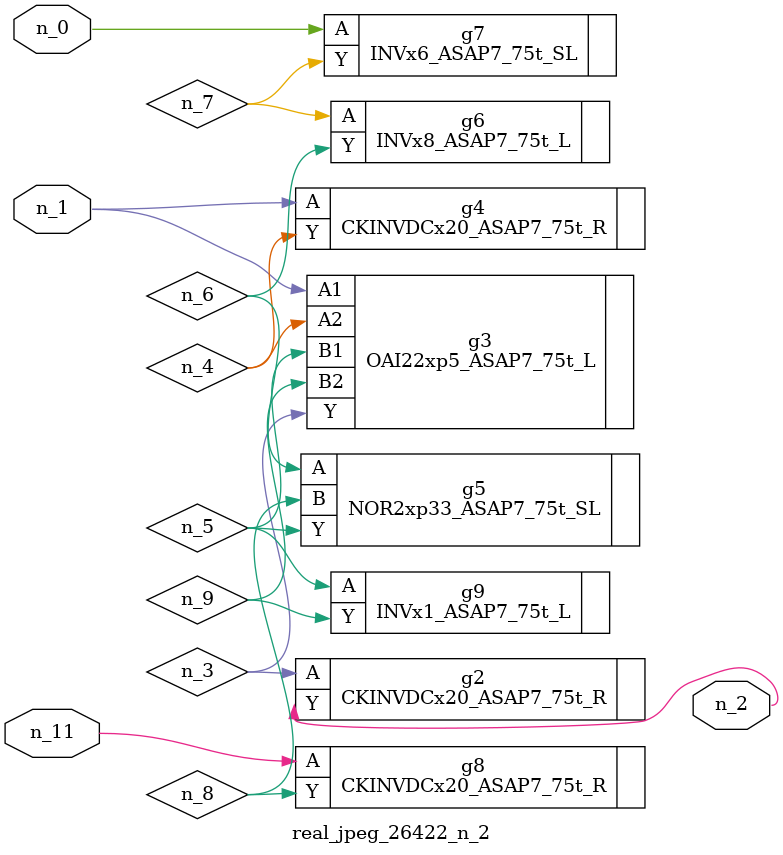
<source format=v>
module real_jpeg_26422_n_2 (n_1, n_11, n_0, n_2);

input n_1;
input n_11;
input n_0;

output n_2;

wire n_5;
wire n_4;
wire n_8;
wire n_6;
wire n_7;
wire n_3;
wire n_9;

INVx6_ASAP7_75t_SL g7 ( 
.A(n_0),
.Y(n_7)
);

OAI22xp5_ASAP7_75t_L g3 ( 
.A1(n_1),
.A2(n_4),
.B1(n_5),
.B2(n_9),
.Y(n_3)
);

CKINVDCx20_ASAP7_75t_R g4 ( 
.A(n_1),
.Y(n_4)
);

CKINVDCx20_ASAP7_75t_R g2 ( 
.A(n_3),
.Y(n_2)
);

INVx1_ASAP7_75t_L g9 ( 
.A(n_5),
.Y(n_9)
);

NOR2xp33_ASAP7_75t_SL g5 ( 
.A(n_6),
.B(n_8),
.Y(n_5)
);

INVx8_ASAP7_75t_L g6 ( 
.A(n_7),
.Y(n_6)
);

CKINVDCx20_ASAP7_75t_R g8 ( 
.A(n_11),
.Y(n_8)
);


endmodule
</source>
